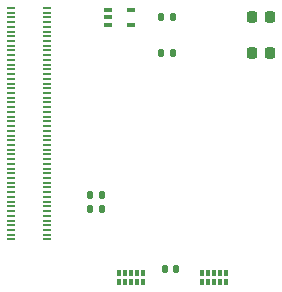
<source format=gbr>
G04 #@! TF.GenerationSoftware,KiCad,Pcbnew,(5.99.0-10539-g7356f9568d)*
G04 #@! TF.CreationDate,2021-06-02T15:47:54+01:00*
G04 #@! TF.ProjectId,CM4IOv5,434d3449-4f76-4352-9e6b-696361645f70,rev?*
G04 #@! TF.SameCoordinates,Original*
G04 #@! TF.FileFunction,Paste,Top*
G04 #@! TF.FilePolarity,Positive*
%FSLAX46Y46*%
G04 Gerber Fmt 4.6, Leading zero omitted, Abs format (unit mm)*
G04 Created by KiCad (PCBNEW (5.99.0-10539-g7356f9568d)) date 2021-06-02 15:47:54*
%MOMM*%
%LPD*%
G01*
G04 APERTURE LIST*
G04 Aperture macros list*
%AMRoundRect*
0 Rectangle with rounded corners*
0 $1 Rounding radius*
0 $2 $3 $4 $5 $6 $7 $8 $9 X,Y pos of 4 corners*
0 Add a 4 corners polygon primitive as box body*
4,1,4,$2,$3,$4,$5,$6,$7,$8,$9,$2,$3,0*
0 Add four circle primitives for the rounded corners*
1,1,$1+$1,$2,$3*
1,1,$1+$1,$4,$5*
1,1,$1+$1,$6,$7*
1,1,$1+$1,$8,$9*
0 Add four rect primitives between the rounded corners*
20,1,$1+$1,$2,$3,$4,$5,0*
20,1,$1+$1,$4,$5,$6,$7,0*
20,1,$1+$1,$6,$7,$8,$9,0*
20,1,$1+$1,$8,$9,$2,$3,0*%
G04 Aperture macros list end*
%ADD10RoundRect,0.135000X0.135000X0.185000X-0.135000X0.185000X-0.135000X-0.185000X0.135000X-0.185000X0*%
%ADD11R,0.650000X0.400000*%
%ADD12R,0.300000X0.550000*%
%ADD13R,0.400000X0.550000*%
%ADD14RoundRect,0.218750X-0.218750X-0.256250X0.218750X-0.256250X0.218750X0.256250X-0.218750X0.256250X0*%
%ADD15R,0.700000X0.200000*%
%ADD16RoundRect,0.140000X0.140000X0.170000X-0.140000X0.170000X-0.140000X-0.170000X0.140000X-0.170000X0*%
G04 APERTURE END LIST*
D10*
X115710000Y-91400000D03*
X114690000Y-91400000D03*
X115710000Y-94400000D03*
X114690000Y-94400000D03*
D11*
X110250000Y-90750000D03*
X110250000Y-91400000D03*
X110250000Y-92050000D03*
X112150000Y-92050000D03*
X112150000Y-90750000D03*
D12*
X120200000Y-113015000D03*
X119700000Y-113015000D03*
D13*
X119200000Y-113015000D03*
D12*
X118700000Y-113015000D03*
X118200000Y-113015000D03*
X118200000Y-113785000D03*
X118700000Y-113785000D03*
D13*
X119200000Y-113785000D03*
D12*
X119700000Y-113785000D03*
X120200000Y-113785000D03*
D10*
X109710000Y-107600000D03*
X108690000Y-107600000D03*
D14*
X122412500Y-94400000D03*
X123987500Y-94400000D03*
D15*
X102020000Y-90600000D03*
X105100000Y-90600000D03*
X102020000Y-91000000D03*
X105100000Y-91000000D03*
X102020000Y-91400000D03*
X105100000Y-91400000D03*
X102020000Y-91800000D03*
X105100000Y-91800000D03*
X102020000Y-92200000D03*
X105100000Y-92200000D03*
X102020000Y-92600000D03*
X105100000Y-92600000D03*
X102020000Y-93000000D03*
X105100000Y-93000000D03*
X102020000Y-93400000D03*
X105100000Y-93400000D03*
X102020000Y-93800000D03*
X105100000Y-93800000D03*
X102020000Y-94200000D03*
X105100000Y-94200000D03*
X102020000Y-94600000D03*
X105100000Y-94600000D03*
X102020000Y-95000000D03*
X105100000Y-95000000D03*
X102020000Y-95400000D03*
X105100000Y-95400000D03*
X102020000Y-95800000D03*
X105100000Y-95800000D03*
X102020000Y-96200000D03*
X105100000Y-96200000D03*
X102020000Y-96600000D03*
X105100000Y-96600000D03*
X102020000Y-97000000D03*
X105100000Y-97000000D03*
X102020000Y-97400000D03*
X105100000Y-97400000D03*
X102020000Y-97800000D03*
X105100000Y-97800000D03*
X102020000Y-98200000D03*
X105100000Y-98200000D03*
X102020000Y-98600000D03*
X105100000Y-98600000D03*
X102020000Y-99000000D03*
X105100000Y-99000000D03*
X102020000Y-99400000D03*
X105100000Y-99400000D03*
X102020000Y-99800000D03*
X105100000Y-99800000D03*
X102020000Y-100200000D03*
X105100000Y-100200000D03*
X102020000Y-100600000D03*
X105100000Y-100600000D03*
X102020000Y-101000000D03*
X105100000Y-101000000D03*
X102020000Y-101400000D03*
X105100000Y-101400000D03*
X102020000Y-101800000D03*
X105100000Y-101800000D03*
X102020000Y-102200000D03*
X105100000Y-102200000D03*
X102020000Y-102600000D03*
X105100000Y-102600000D03*
X102020000Y-103000000D03*
X105100000Y-103000000D03*
X102020000Y-103400000D03*
X105100000Y-103400000D03*
X102020000Y-103800000D03*
X105100000Y-103800000D03*
X102020000Y-104200000D03*
X105100000Y-104200000D03*
X102020000Y-104600000D03*
X105100000Y-104600000D03*
X102020000Y-105000000D03*
X105100000Y-105000000D03*
X102020000Y-105400000D03*
X105100000Y-105400000D03*
X102020000Y-105800000D03*
X105100000Y-105800000D03*
X102020000Y-106200000D03*
X105100000Y-106200000D03*
X102020000Y-106600000D03*
X105100000Y-106600000D03*
X102020000Y-107000000D03*
X105100000Y-107000000D03*
X102020000Y-107400000D03*
X105100000Y-107400000D03*
X102020000Y-107800000D03*
X105100000Y-107800000D03*
X102020000Y-108200000D03*
X105100000Y-108200000D03*
X102020000Y-108600000D03*
X105100000Y-108600000D03*
X102020000Y-109000000D03*
X105100000Y-109000000D03*
X102020000Y-109400000D03*
X105100000Y-109400000D03*
X102020000Y-109800000D03*
X105100000Y-109800000D03*
X102020000Y-110200000D03*
X105100000Y-110200000D03*
D14*
X122412500Y-91400000D03*
X123987500Y-91400000D03*
D10*
X109710000Y-106400000D03*
X108690000Y-106400000D03*
D16*
X116017500Y-112700000D03*
X115057500Y-112700000D03*
D12*
X113200000Y-113015000D03*
X112700000Y-113015000D03*
D13*
X112200000Y-113015000D03*
D12*
X111700000Y-113015000D03*
X111200000Y-113015000D03*
X111200000Y-113785000D03*
X111700000Y-113785000D03*
D13*
X112200000Y-113785000D03*
D12*
X112700000Y-113785000D03*
X113200000Y-113785000D03*
M02*

</source>
